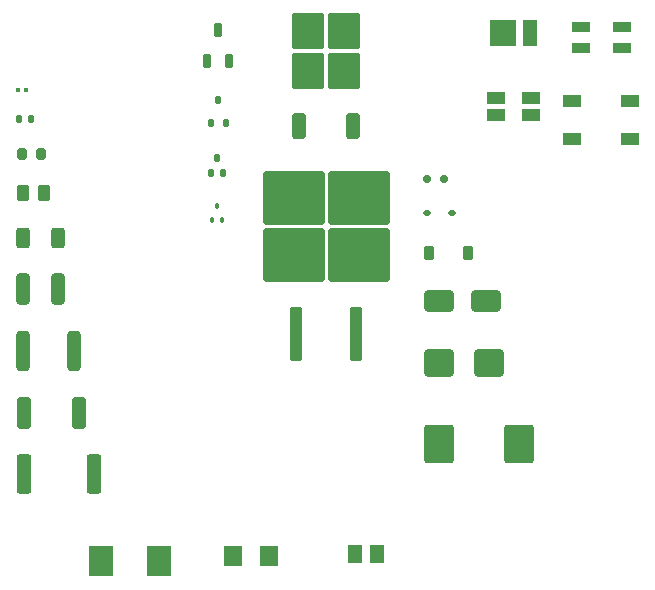
<source format=gbr>
%TF.GenerationSoftware,KiCad,Pcbnew,8.0.0*%
%TF.CreationDate,2024-04-12T00:00:07-04:00*%
%TF.ProjectId,Business card PCB,42757369-6e65-4737-9320-636172642050,rev?*%
%TF.SameCoordinates,Original*%
%TF.FileFunction,Paste,Top*%
%TF.FilePolarity,Positive*%
%FSLAX46Y46*%
G04 Gerber Fmt 4.6, Leading zero omitted, Abs format (unit mm)*
G04 Created by KiCad (PCBNEW 8.0.0) date 2024-04-12 00:00:07*
%MOMM*%
%LPD*%
G01*
G04 APERTURE LIST*
G04 Aperture macros list*
%AMRoundRect*
0 Rectangle with rounded corners*
0 $1 Rounding radius*
0 $2 $3 $4 $5 $6 $7 $8 $9 X,Y pos of 4 corners*
0 Add a 4 corners polygon primitive as box body*
4,1,4,$2,$3,$4,$5,$6,$7,$8,$9,$2,$3,0*
0 Add four circle primitives for the rounded corners*
1,1,$1+$1,$2,$3*
1,1,$1+$1,$4,$5*
1,1,$1+$1,$6,$7*
1,1,$1+$1,$8,$9*
0 Add four rect primitives between the rounded corners*
20,1,$1+$1,$2,$3,$4,$5,0*
20,1,$1+$1,$4,$5,$6,$7,0*
20,1,$1+$1,$6,$7,$8,$9,0*
20,1,$1+$1,$8,$9,$2,$3,0*%
G04 Aperture macros list end*
%ADD10R,1.200000X1.500000*%
%ADD11R,1.500000X1.800000*%
%ADD12R,2.100000X2.600000*%
%ADD13RoundRect,0.250000X-0.362500X-1.425000X0.362500X-1.425000X0.362500X1.425000X-0.362500X1.425000X0*%
%ADD14RoundRect,0.250000X-0.362500X-1.075000X0.362500X-1.075000X0.362500X1.075000X-0.362500X1.075000X0*%
%ADD15RoundRect,0.250000X-0.312500X-1.450000X0.312500X-1.450000X0.312500X1.450000X-0.312500X1.450000X0*%
%ADD16RoundRect,0.250000X-0.312500X-1.075000X0.312500X-1.075000X0.312500X1.075000X-0.312500X1.075000X0*%
%ADD17RoundRect,0.250000X0.312500X0.625000X-0.312500X0.625000X-0.312500X-0.625000X0.312500X-0.625000X0*%
%ADD18RoundRect,0.250000X0.262500X0.450000X-0.262500X0.450000X-0.262500X-0.450000X0.262500X-0.450000X0*%
%ADD19RoundRect,0.200000X0.200000X0.275000X-0.200000X0.275000X-0.200000X-0.275000X0.200000X-0.275000X0*%
%ADD20RoundRect,0.135000X-0.135000X-0.185000X0.135000X-0.185000X0.135000X0.185000X-0.135000X0.185000X0*%
%ADD21RoundRect,0.079500X-0.079500X-0.100500X0.079500X-0.100500X0.079500X0.100500X-0.079500X0.100500X0*%
%ADD22RoundRect,0.125000X0.125000X-0.175000X0.125000X0.175000X-0.125000X0.175000X-0.125000X-0.175000X0*%
%ADD23RoundRect,0.250000X0.300000X-2.050000X0.300000X2.050000X-0.300000X2.050000X-0.300000X-2.050000X0*%
%ADD24RoundRect,0.250000X2.375000X-2.025000X2.375000X2.025000X-2.375000X2.025000X-2.375000X-2.025000X0*%
%ADD25RoundRect,0.250000X0.350000X-0.850000X0.350000X0.850000X-0.350000X0.850000X-0.350000X-0.850000X0*%
%ADD26RoundRect,0.250000X1.125000X-1.275000X1.125000X1.275000X-1.125000X1.275000X-1.125000X-1.275000X0*%
%ADD27RoundRect,0.100000X0.100000X-0.125000X0.100000X0.125000X-0.100000X0.125000X-0.100000X-0.125000X0*%
%ADD28RoundRect,0.112500X-0.112500X-0.237500X0.112500X-0.237500X0.112500X0.237500X-0.112500X0.237500X0*%
%ADD29RoundRect,0.162500X0.162500X-0.447500X0.162500X0.447500X-0.162500X0.447500X-0.162500X-0.447500X0*%
%ADD30R,1.500000X1.000000*%
%ADD31R,1.600000X0.850000*%
%ADD32R,1.500000X1.100000*%
%ADD33R,2.200000X2.200000*%
%ADD34R,1.250000X2.200000*%
%ADD35RoundRect,0.225000X-0.225000X-0.375000X0.225000X-0.375000X0.225000X0.375000X-0.225000X0.375000X0*%
%ADD36RoundRect,0.150000X0.150000X0.200000X-0.150000X0.200000X-0.150000X-0.200000X0.150000X-0.200000X0*%
%ADD37RoundRect,0.112500X-0.187500X-0.112500X0.187500X-0.112500X0.187500X0.112500X-0.187500X0.112500X0*%
%ADD38RoundRect,0.250000X1.000000X-1.400000X1.000000X1.400000X-1.000000X1.400000X-1.000000X-1.400000X0*%
%ADD39RoundRect,0.250000X-1.000000X-0.900000X1.000000X-0.900000X1.000000X0.900000X-1.000000X0.900000X0*%
%ADD40RoundRect,0.250000X-1.000000X-0.650000X1.000000X-0.650000X1.000000X0.650000X-1.000000X0.650000X0*%
G04 APERTURE END LIST*
D10*
%TO.C,MicroMELF*%
X146450000Y-105200000D03*
X144550000Y-105200000D03*
%TD*%
D11*
%TO.C,MiniMELF*%
X137250000Y-105350000D03*
X134250000Y-105350000D03*
%TD*%
D12*
%TO.C,MELF*%
X127950000Y-105750000D03*
X123050000Y-105750000D03*
%TD*%
D13*
%TO.C,2512*%
X116535000Y-98405000D03*
X122460000Y-98405000D03*
%TD*%
D14*
%TO.C,2010*%
X116545000Y-93220000D03*
X121170000Y-93220000D03*
%TD*%
D15*
%TO.C,1812*%
X116490000Y-88005000D03*
X120765000Y-88005000D03*
%TD*%
D16*
%TO.C,1210*%
X116495000Y-82790000D03*
X119420000Y-82790000D03*
%TD*%
D17*
%TO.C,1206*%
X119420000Y-78405000D03*
X116495000Y-78405000D03*
%TD*%
D18*
%TO.C,0805*%
X118270000Y-74650000D03*
X116445000Y-74650000D03*
%TD*%
D19*
%TO.C,0603*%
X117982500Y-71285000D03*
X116332500Y-71285000D03*
%TD*%
D20*
%TO.C,0402*%
X116097500Y-68400000D03*
X117117500Y-68400000D03*
%TD*%
D21*
%TO.C,0201*%
X116722500Y-65895000D03*
X116032500Y-65895000D03*
%TD*%
D22*
%TO.C,SOT416*%
X132880000Y-71665832D03*
X133380000Y-72965832D03*
X132380000Y-72965832D03*
%TD*%
D23*
%TO.C,D2PAK*%
X139600000Y-86590000D03*
D24*
X139365000Y-79865000D03*
X144915000Y-79865000D03*
X139365000Y-75015000D03*
X144915000Y-75015000D03*
D23*
X144680000Y-86590000D03*
%TD*%
D25*
%TO.C,DPAK*%
X139862500Y-68927500D03*
D26*
X140617500Y-64302500D03*
X143667500Y-64302500D03*
X140617500Y-60952500D03*
X143667500Y-60952500D03*
D25*
X144422500Y-68927500D03*
%TD*%
D27*
%TO.C,SOT723*%
X132880000Y-75750000D03*
X133280000Y-76900000D03*
X132480000Y-76900000D03*
%TD*%
D28*
%TO.C,SOT323*%
X132982500Y-66731666D03*
X133632500Y-68731666D03*
X132332500Y-68731666D03*
%TD*%
D29*
%TO.C,SOT23*%
X132987500Y-60867500D03*
X133937500Y-63487500D03*
X132037500Y-63487500D03*
%TD*%
D30*
%TO.C,5050*%
X167870000Y-70050000D03*
X167870000Y-66850000D03*
X162970000Y-66850000D03*
X162970000Y-70050000D03*
%TD*%
D31*
%TO.C,3535*%
X163670000Y-60570000D03*
X163670000Y-62320000D03*
X167170000Y-62320000D03*
X167170000Y-60570000D03*
%TD*%
D32*
%TO.C,3228*%
X156497522Y-66565000D03*
X159497522Y-66565000D03*
X159497522Y-68065000D03*
X156497522Y-68065000D03*
%TD*%
D33*
%TO.C,2835*%
X157080000Y-61095000D03*
D34*
X159355000Y-61095000D03*
%TD*%
D35*
%TO.C,SOD-123*%
X154150000Y-79670000D03*
X150850000Y-79670000D03*
%TD*%
D36*
%TO.C,SOD-523*%
X152100000Y-73460000D03*
X150700000Y-73460000D03*
%TD*%
D37*
%TO.C,SOD-323*%
X152800000Y-76340000D03*
X150700000Y-76340000D03*
%TD*%
D38*
%TO.C,SMC*%
X151650000Y-95860000D03*
X158450000Y-95860000D03*
%TD*%
D39*
%TO.C,SMB*%
X151650000Y-89030000D03*
X155950000Y-89030000D03*
%TD*%
D40*
%TO.C,SMA*%
X151650000Y-83800000D03*
X155650000Y-83800000D03*
%TD*%
M02*

</source>
